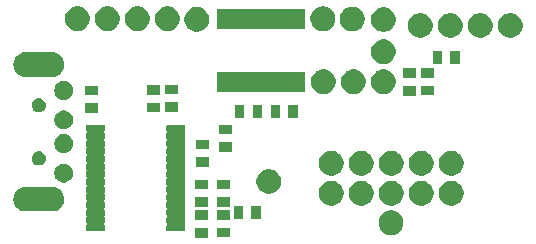
<source format=gbr>
G04 #@! TF.GenerationSoftware,KiCad,Pcbnew,(5.1.5-0-10_14)*
G04 #@! TF.CreationDate,2021-12-27T21:36:10+00:00*
G04 #@! TF.ProjectId,receiver,72656365-6976-4657-922e-6b696361645f,rev?*
G04 #@! TF.SameCoordinates,Original*
G04 #@! TF.FileFunction,Soldermask,Top*
G04 #@! TF.FilePolarity,Negative*
%FSLAX46Y46*%
G04 Gerber Fmt 4.6, Leading zero omitted, Abs format (unit mm)*
G04 Created by KiCad (PCBNEW (5.1.5-0-10_14)) date 2021-12-27 21:36:10*
%MOMM*%
%LPD*%
G04 APERTURE LIST*
%ADD10C,0.100000*%
G04 APERTURE END LIST*
D10*
G36*
X47101000Y-187961000D02*
G01*
X45999000Y-187961000D01*
X45999000Y-187159000D01*
X47101000Y-187159000D01*
X47101000Y-187961000D01*
G37*
G36*
X48971000Y-187951000D02*
G01*
X47869000Y-187951000D01*
X47869000Y-187149000D01*
X48971000Y-187149000D01*
X48971000Y-187951000D01*
G37*
G36*
X62916564Y-185699389D02*
G01*
X63041164Y-185751000D01*
X63107835Y-185778616D01*
X63279973Y-185893635D01*
X63426365Y-186040027D01*
X63540795Y-186211283D01*
X63541385Y-186212167D01*
X63620611Y-186403436D01*
X63661000Y-186606484D01*
X63661000Y-186813516D01*
X63620611Y-187016564D01*
X63565754Y-187149000D01*
X63541384Y-187207835D01*
X63426365Y-187379973D01*
X63279973Y-187526365D01*
X63107835Y-187641384D01*
X63107834Y-187641385D01*
X63107833Y-187641385D01*
X62916564Y-187720611D01*
X62713516Y-187761000D01*
X62506484Y-187761000D01*
X62303436Y-187720611D01*
X62112167Y-187641385D01*
X62112166Y-187641385D01*
X62112165Y-187641384D01*
X61940027Y-187526365D01*
X61793635Y-187379973D01*
X61678616Y-187207835D01*
X61654246Y-187149000D01*
X61599389Y-187016564D01*
X61559000Y-186813516D01*
X61559000Y-186606484D01*
X61599389Y-186403436D01*
X61678615Y-186212167D01*
X61679206Y-186211283D01*
X61793635Y-186040027D01*
X61940027Y-185893635D01*
X62112165Y-185778616D01*
X62178836Y-185751000D01*
X62303436Y-185699389D01*
X62506484Y-185659000D01*
X62713516Y-185659000D01*
X62916564Y-185699389D01*
G37*
G36*
X45150170Y-178450803D02*
G01*
X45161875Y-178454354D01*
X45172665Y-178460121D01*
X45182119Y-178467881D01*
X45189879Y-178477335D01*
X45195646Y-178488125D01*
X45199197Y-178499830D01*
X45201000Y-178518138D01*
X45201000Y-178881862D01*
X45199197Y-178900170D01*
X45195646Y-178911875D01*
X45189879Y-178922665D01*
X45178370Y-178936688D01*
X45169355Y-178945704D01*
X45155741Y-178966078D01*
X45146365Y-178988717D01*
X45141585Y-179012751D01*
X45141585Y-179037255D01*
X45146366Y-179061288D01*
X45155744Y-179083926D01*
X45169358Y-179104301D01*
X45178374Y-179113317D01*
X45189879Y-179127335D01*
X45195646Y-179138125D01*
X45199197Y-179149830D01*
X45201000Y-179168138D01*
X45201000Y-179531862D01*
X45199197Y-179550170D01*
X45195646Y-179561875D01*
X45189879Y-179572665D01*
X45178370Y-179586688D01*
X45169355Y-179595704D01*
X45155741Y-179616078D01*
X45146365Y-179638717D01*
X45141585Y-179662751D01*
X45141585Y-179687255D01*
X45146366Y-179711288D01*
X45155744Y-179733926D01*
X45169358Y-179754301D01*
X45178374Y-179763317D01*
X45189879Y-179777335D01*
X45195646Y-179788125D01*
X45199197Y-179799830D01*
X45201000Y-179818138D01*
X45201000Y-180181862D01*
X45199197Y-180200170D01*
X45195646Y-180211875D01*
X45189879Y-180222665D01*
X45178370Y-180236688D01*
X45169355Y-180245704D01*
X45155741Y-180266078D01*
X45146365Y-180288717D01*
X45141585Y-180312751D01*
X45141585Y-180337255D01*
X45146366Y-180361288D01*
X45155744Y-180383926D01*
X45169358Y-180404301D01*
X45178374Y-180413317D01*
X45189879Y-180427335D01*
X45195646Y-180438125D01*
X45199197Y-180449830D01*
X45201000Y-180468138D01*
X45201000Y-180831862D01*
X45199197Y-180850170D01*
X45195646Y-180861875D01*
X45189879Y-180872665D01*
X45178370Y-180886688D01*
X45169355Y-180895704D01*
X45155741Y-180916078D01*
X45146365Y-180938717D01*
X45141585Y-180962751D01*
X45141585Y-180987255D01*
X45146366Y-181011288D01*
X45155744Y-181033926D01*
X45169358Y-181054301D01*
X45178374Y-181063317D01*
X45189879Y-181077335D01*
X45195646Y-181088125D01*
X45199197Y-181099830D01*
X45201000Y-181118138D01*
X45201000Y-181481862D01*
X45199197Y-181500170D01*
X45195646Y-181511875D01*
X45189879Y-181522665D01*
X45178370Y-181536688D01*
X45169355Y-181545704D01*
X45155741Y-181566078D01*
X45146365Y-181588717D01*
X45141585Y-181612751D01*
X45141585Y-181637255D01*
X45146366Y-181661288D01*
X45155744Y-181683926D01*
X45169358Y-181704301D01*
X45178374Y-181713317D01*
X45189879Y-181727335D01*
X45195646Y-181738125D01*
X45199197Y-181749830D01*
X45201000Y-181768138D01*
X45201000Y-182131862D01*
X45199197Y-182150170D01*
X45195646Y-182161875D01*
X45189879Y-182172665D01*
X45178370Y-182186688D01*
X45169355Y-182195704D01*
X45155741Y-182216078D01*
X45146365Y-182238717D01*
X45141585Y-182262751D01*
X45141585Y-182287255D01*
X45146366Y-182311288D01*
X45155744Y-182333926D01*
X45169358Y-182354301D01*
X45178374Y-182363317D01*
X45189879Y-182377335D01*
X45195646Y-182388125D01*
X45199197Y-182399830D01*
X45201000Y-182418138D01*
X45201000Y-182781862D01*
X45199197Y-182800170D01*
X45195646Y-182811875D01*
X45189879Y-182822665D01*
X45178370Y-182836688D01*
X45169355Y-182845704D01*
X45155741Y-182866078D01*
X45146365Y-182888717D01*
X45141585Y-182912751D01*
X45141585Y-182937255D01*
X45146366Y-182961288D01*
X45155744Y-182983926D01*
X45169358Y-183004301D01*
X45178374Y-183013317D01*
X45189879Y-183027335D01*
X45195646Y-183038125D01*
X45199197Y-183049830D01*
X45201000Y-183068138D01*
X45201000Y-183431862D01*
X45199197Y-183450170D01*
X45195646Y-183461875D01*
X45189879Y-183472665D01*
X45178370Y-183486688D01*
X45169355Y-183495704D01*
X45155741Y-183516078D01*
X45146365Y-183538717D01*
X45141585Y-183562751D01*
X45141585Y-183587255D01*
X45146366Y-183611288D01*
X45155744Y-183633926D01*
X45169358Y-183654301D01*
X45178374Y-183663317D01*
X45189879Y-183677335D01*
X45195646Y-183688125D01*
X45199197Y-183699830D01*
X45201000Y-183718138D01*
X45201000Y-184081862D01*
X45199197Y-184100170D01*
X45195646Y-184111875D01*
X45189879Y-184122665D01*
X45178370Y-184136688D01*
X45169355Y-184145704D01*
X45155741Y-184166078D01*
X45146365Y-184188717D01*
X45141585Y-184212751D01*
X45141585Y-184237255D01*
X45146366Y-184261288D01*
X45155744Y-184283926D01*
X45169358Y-184304301D01*
X45178374Y-184313317D01*
X45189879Y-184327335D01*
X45195646Y-184338125D01*
X45199197Y-184349830D01*
X45201000Y-184368138D01*
X45201000Y-184731862D01*
X45199197Y-184750170D01*
X45195646Y-184761875D01*
X45189879Y-184772665D01*
X45178370Y-184786688D01*
X45169355Y-184795704D01*
X45155741Y-184816078D01*
X45146365Y-184838717D01*
X45141585Y-184862751D01*
X45141585Y-184887255D01*
X45146366Y-184911288D01*
X45155744Y-184933926D01*
X45169358Y-184954301D01*
X45178374Y-184963317D01*
X45189879Y-184977335D01*
X45195646Y-184988125D01*
X45199197Y-184999830D01*
X45201000Y-185018138D01*
X45201000Y-185381862D01*
X45199197Y-185400170D01*
X45195646Y-185411875D01*
X45189879Y-185422665D01*
X45178370Y-185436688D01*
X45169355Y-185445704D01*
X45155741Y-185466078D01*
X45146365Y-185488717D01*
X45141585Y-185512751D01*
X45141585Y-185537255D01*
X45146366Y-185561288D01*
X45155744Y-185583926D01*
X45169358Y-185604301D01*
X45178374Y-185613317D01*
X45189879Y-185627335D01*
X45195646Y-185638125D01*
X45199197Y-185649830D01*
X45201000Y-185668138D01*
X45201000Y-186031862D01*
X45199197Y-186050170D01*
X45195646Y-186061875D01*
X45189879Y-186072665D01*
X45178370Y-186086688D01*
X45169355Y-186095704D01*
X45155741Y-186116078D01*
X45146365Y-186138717D01*
X45141585Y-186162751D01*
X45141585Y-186187255D01*
X45146366Y-186211288D01*
X45155744Y-186233926D01*
X45169358Y-186254301D01*
X45178374Y-186263317D01*
X45189879Y-186277335D01*
X45195646Y-186288125D01*
X45199197Y-186299830D01*
X45201000Y-186318138D01*
X45201000Y-186681862D01*
X45199197Y-186700170D01*
X45195646Y-186711875D01*
X45189879Y-186722665D01*
X45178370Y-186736688D01*
X45169355Y-186745704D01*
X45155741Y-186766078D01*
X45146365Y-186788717D01*
X45141585Y-186812751D01*
X45141585Y-186837255D01*
X45146366Y-186861288D01*
X45155744Y-186883926D01*
X45169358Y-186904301D01*
X45178374Y-186913317D01*
X45189879Y-186927335D01*
X45195646Y-186938125D01*
X45199197Y-186949830D01*
X45201000Y-186968138D01*
X45201000Y-187331862D01*
X45199197Y-187350170D01*
X45195646Y-187361875D01*
X45189879Y-187372665D01*
X45182119Y-187382119D01*
X45172665Y-187389879D01*
X45161875Y-187395646D01*
X45150170Y-187399197D01*
X45131862Y-187401000D01*
X43668138Y-187401000D01*
X43649830Y-187399197D01*
X43638125Y-187395646D01*
X43627335Y-187389879D01*
X43617881Y-187382119D01*
X43610121Y-187372665D01*
X43604354Y-187361875D01*
X43600803Y-187350170D01*
X43599000Y-187331862D01*
X43599000Y-186968138D01*
X43600803Y-186949830D01*
X43604354Y-186938125D01*
X43610121Y-186927335D01*
X43621630Y-186913312D01*
X43630645Y-186904296D01*
X43644259Y-186883922D01*
X43653635Y-186861283D01*
X43658415Y-186837249D01*
X43658415Y-186812745D01*
X43653634Y-186788712D01*
X43644256Y-186766074D01*
X43630642Y-186745699D01*
X43621626Y-186736683D01*
X43610121Y-186722665D01*
X43604354Y-186711875D01*
X43600803Y-186700170D01*
X43599000Y-186681862D01*
X43599000Y-186318138D01*
X43600803Y-186299830D01*
X43604354Y-186288125D01*
X43610121Y-186277335D01*
X43621630Y-186263312D01*
X43630645Y-186254296D01*
X43644259Y-186233922D01*
X43653635Y-186211283D01*
X43658415Y-186187249D01*
X43658415Y-186162745D01*
X43653634Y-186138712D01*
X43644256Y-186116074D01*
X43630642Y-186095699D01*
X43621626Y-186086683D01*
X43610121Y-186072665D01*
X43604354Y-186061875D01*
X43600803Y-186050170D01*
X43599000Y-186031862D01*
X43599000Y-185668138D01*
X43600803Y-185649830D01*
X43604354Y-185638125D01*
X43610121Y-185627335D01*
X43621630Y-185613312D01*
X43630645Y-185604296D01*
X43644259Y-185583922D01*
X43653635Y-185561283D01*
X43658415Y-185537249D01*
X43658415Y-185512745D01*
X43653634Y-185488712D01*
X43644256Y-185466074D01*
X43630642Y-185445699D01*
X43621626Y-185436683D01*
X43610121Y-185422665D01*
X43604354Y-185411875D01*
X43600803Y-185400170D01*
X43599000Y-185381862D01*
X43599000Y-185018138D01*
X43600803Y-184999830D01*
X43604354Y-184988125D01*
X43610121Y-184977335D01*
X43621630Y-184963312D01*
X43630645Y-184954296D01*
X43644259Y-184933922D01*
X43653635Y-184911283D01*
X43658415Y-184887249D01*
X43658415Y-184862745D01*
X43653634Y-184838712D01*
X43644256Y-184816074D01*
X43630642Y-184795699D01*
X43621626Y-184786683D01*
X43610121Y-184772665D01*
X43604354Y-184761875D01*
X43600803Y-184750170D01*
X43599000Y-184731862D01*
X43599000Y-184368138D01*
X43600803Y-184349830D01*
X43604354Y-184338125D01*
X43610121Y-184327335D01*
X43621630Y-184313312D01*
X43630645Y-184304296D01*
X43644259Y-184283922D01*
X43653635Y-184261283D01*
X43658415Y-184237249D01*
X43658415Y-184212745D01*
X43653634Y-184188712D01*
X43644256Y-184166074D01*
X43630642Y-184145699D01*
X43621626Y-184136683D01*
X43610121Y-184122665D01*
X43604354Y-184111875D01*
X43600803Y-184100170D01*
X43599000Y-184081862D01*
X43599000Y-183718138D01*
X43600803Y-183699830D01*
X43604354Y-183688125D01*
X43610121Y-183677335D01*
X43621630Y-183663312D01*
X43630645Y-183654296D01*
X43644259Y-183633922D01*
X43653635Y-183611283D01*
X43658415Y-183587249D01*
X43658415Y-183562745D01*
X43653634Y-183538712D01*
X43644256Y-183516074D01*
X43630642Y-183495699D01*
X43621626Y-183486683D01*
X43610121Y-183472665D01*
X43604354Y-183461875D01*
X43600803Y-183450170D01*
X43599000Y-183431862D01*
X43599000Y-183068138D01*
X43600803Y-183049830D01*
X43604354Y-183038125D01*
X43610121Y-183027335D01*
X43621630Y-183013312D01*
X43630645Y-183004296D01*
X43644259Y-182983922D01*
X43653635Y-182961283D01*
X43658415Y-182937249D01*
X43658415Y-182912745D01*
X43653634Y-182888712D01*
X43644256Y-182866074D01*
X43630642Y-182845699D01*
X43621626Y-182836683D01*
X43610121Y-182822665D01*
X43604354Y-182811875D01*
X43600803Y-182800170D01*
X43599000Y-182781862D01*
X43599000Y-182418138D01*
X43600803Y-182399830D01*
X43604354Y-182388125D01*
X43610121Y-182377335D01*
X43621630Y-182363312D01*
X43630645Y-182354296D01*
X43644259Y-182333922D01*
X43653635Y-182311283D01*
X43658415Y-182287249D01*
X43658415Y-182262745D01*
X43653634Y-182238712D01*
X43644256Y-182216074D01*
X43630642Y-182195699D01*
X43621626Y-182186683D01*
X43610121Y-182172665D01*
X43604354Y-182161875D01*
X43600803Y-182150170D01*
X43599000Y-182131862D01*
X43599000Y-181768138D01*
X43600803Y-181749830D01*
X43604354Y-181738125D01*
X43610121Y-181727335D01*
X43621630Y-181713312D01*
X43630645Y-181704296D01*
X43644259Y-181683922D01*
X43653635Y-181661283D01*
X43658415Y-181637249D01*
X43658415Y-181612745D01*
X43653634Y-181588712D01*
X43644256Y-181566074D01*
X43630642Y-181545699D01*
X43621626Y-181536683D01*
X43610121Y-181522665D01*
X43604354Y-181511875D01*
X43600803Y-181500170D01*
X43599000Y-181481862D01*
X43599000Y-181118138D01*
X43600803Y-181099830D01*
X43604354Y-181088125D01*
X43610121Y-181077335D01*
X43621630Y-181063312D01*
X43630645Y-181054296D01*
X43644259Y-181033922D01*
X43653635Y-181011283D01*
X43658415Y-180987249D01*
X43658415Y-180962745D01*
X43653634Y-180938712D01*
X43644256Y-180916074D01*
X43630642Y-180895699D01*
X43621626Y-180886683D01*
X43610121Y-180872665D01*
X43604354Y-180861875D01*
X43600803Y-180850170D01*
X43599000Y-180831862D01*
X43599000Y-180468138D01*
X43600803Y-180449830D01*
X43604354Y-180438125D01*
X43610121Y-180427335D01*
X43621630Y-180413312D01*
X43630645Y-180404296D01*
X43644259Y-180383922D01*
X43653635Y-180361283D01*
X43658415Y-180337249D01*
X43658415Y-180312745D01*
X43653634Y-180288712D01*
X43644256Y-180266074D01*
X43630642Y-180245699D01*
X43621626Y-180236683D01*
X43610121Y-180222665D01*
X43604354Y-180211875D01*
X43600803Y-180200170D01*
X43599000Y-180181862D01*
X43599000Y-179818138D01*
X43600803Y-179799830D01*
X43604354Y-179788125D01*
X43610121Y-179777335D01*
X43621630Y-179763312D01*
X43630645Y-179754296D01*
X43644259Y-179733922D01*
X43653635Y-179711283D01*
X43658415Y-179687249D01*
X43658415Y-179662745D01*
X43653634Y-179638712D01*
X43644256Y-179616074D01*
X43630642Y-179595699D01*
X43621626Y-179586683D01*
X43610121Y-179572665D01*
X43604354Y-179561875D01*
X43600803Y-179550170D01*
X43599000Y-179531862D01*
X43599000Y-179168138D01*
X43600803Y-179149830D01*
X43604354Y-179138125D01*
X43610121Y-179127335D01*
X43621630Y-179113312D01*
X43630645Y-179104296D01*
X43644259Y-179083922D01*
X43653635Y-179061283D01*
X43658415Y-179037249D01*
X43658415Y-179012745D01*
X43653634Y-178988712D01*
X43644256Y-178966074D01*
X43630642Y-178945699D01*
X43621626Y-178936683D01*
X43610121Y-178922665D01*
X43604354Y-178911875D01*
X43600803Y-178900170D01*
X43599000Y-178881862D01*
X43599000Y-178518138D01*
X43600803Y-178499830D01*
X43604354Y-178488125D01*
X43610121Y-178477335D01*
X43617881Y-178467881D01*
X43627335Y-178460121D01*
X43638125Y-178454354D01*
X43649830Y-178450803D01*
X43668138Y-178449000D01*
X45131862Y-178449000D01*
X45150170Y-178450803D01*
G37*
G36*
X38350170Y-178450803D02*
G01*
X38361875Y-178454354D01*
X38372665Y-178460121D01*
X38382119Y-178467881D01*
X38389879Y-178477335D01*
X38395646Y-178488125D01*
X38399197Y-178499830D01*
X38401000Y-178518138D01*
X38401000Y-178881862D01*
X38399197Y-178900170D01*
X38395646Y-178911875D01*
X38389879Y-178922665D01*
X38378370Y-178936688D01*
X38369355Y-178945704D01*
X38355741Y-178966078D01*
X38346365Y-178988717D01*
X38341585Y-179012751D01*
X38341585Y-179037255D01*
X38346366Y-179061288D01*
X38355744Y-179083926D01*
X38369358Y-179104301D01*
X38378374Y-179113317D01*
X38389879Y-179127335D01*
X38395646Y-179138125D01*
X38399197Y-179149830D01*
X38401000Y-179168138D01*
X38401000Y-179531862D01*
X38399197Y-179550170D01*
X38395646Y-179561875D01*
X38389879Y-179572665D01*
X38378370Y-179586688D01*
X38369355Y-179595704D01*
X38355741Y-179616078D01*
X38346365Y-179638717D01*
X38341585Y-179662751D01*
X38341585Y-179687255D01*
X38346366Y-179711288D01*
X38355744Y-179733926D01*
X38369358Y-179754301D01*
X38378374Y-179763317D01*
X38389879Y-179777335D01*
X38395646Y-179788125D01*
X38399197Y-179799830D01*
X38401000Y-179818138D01*
X38401000Y-180181862D01*
X38399197Y-180200170D01*
X38395646Y-180211875D01*
X38389879Y-180222665D01*
X38378370Y-180236688D01*
X38369355Y-180245704D01*
X38355741Y-180266078D01*
X38346365Y-180288717D01*
X38341585Y-180312751D01*
X38341585Y-180337255D01*
X38346366Y-180361288D01*
X38355744Y-180383926D01*
X38369358Y-180404301D01*
X38378374Y-180413317D01*
X38389879Y-180427335D01*
X38395646Y-180438125D01*
X38399197Y-180449830D01*
X38401000Y-180468138D01*
X38401000Y-180831862D01*
X38399197Y-180850170D01*
X38395646Y-180861875D01*
X38389879Y-180872665D01*
X38378370Y-180886688D01*
X38369355Y-180895704D01*
X38355741Y-180916078D01*
X38346365Y-180938717D01*
X38341585Y-180962751D01*
X38341585Y-180987255D01*
X38346366Y-181011288D01*
X38355744Y-181033926D01*
X38369358Y-181054301D01*
X38378374Y-181063317D01*
X38389879Y-181077335D01*
X38395646Y-181088125D01*
X38399197Y-181099830D01*
X38401000Y-181118138D01*
X38401000Y-181481862D01*
X38399197Y-181500170D01*
X38395646Y-181511875D01*
X38389879Y-181522665D01*
X38378370Y-181536688D01*
X38369355Y-181545704D01*
X38355741Y-181566078D01*
X38346365Y-181588717D01*
X38341585Y-181612751D01*
X38341585Y-181637255D01*
X38346366Y-181661288D01*
X38355744Y-181683926D01*
X38369358Y-181704301D01*
X38378374Y-181713317D01*
X38389879Y-181727335D01*
X38395646Y-181738125D01*
X38399197Y-181749830D01*
X38401000Y-181768138D01*
X38401000Y-182131862D01*
X38399197Y-182150170D01*
X38395646Y-182161875D01*
X38389879Y-182172665D01*
X38378370Y-182186688D01*
X38369355Y-182195704D01*
X38355741Y-182216078D01*
X38346365Y-182238717D01*
X38341585Y-182262751D01*
X38341585Y-182287255D01*
X38346366Y-182311288D01*
X38355744Y-182333926D01*
X38369358Y-182354301D01*
X38378374Y-182363317D01*
X38389879Y-182377335D01*
X38395646Y-182388125D01*
X38399197Y-182399830D01*
X38401000Y-182418138D01*
X38401000Y-182781862D01*
X38399197Y-182800170D01*
X38395646Y-182811875D01*
X38389879Y-182822665D01*
X38378370Y-182836688D01*
X38369355Y-182845704D01*
X38355741Y-182866078D01*
X38346365Y-182888717D01*
X38341585Y-182912751D01*
X38341585Y-182937255D01*
X38346366Y-182961288D01*
X38355744Y-182983926D01*
X38369358Y-183004301D01*
X38378374Y-183013317D01*
X38389879Y-183027335D01*
X38395646Y-183038125D01*
X38399197Y-183049830D01*
X38401000Y-183068138D01*
X38401000Y-183431862D01*
X38399197Y-183450170D01*
X38395646Y-183461875D01*
X38389879Y-183472665D01*
X38378370Y-183486688D01*
X38369355Y-183495704D01*
X38355741Y-183516078D01*
X38346365Y-183538717D01*
X38341585Y-183562751D01*
X38341585Y-183587255D01*
X38346366Y-183611288D01*
X38355744Y-183633926D01*
X38369358Y-183654301D01*
X38378374Y-183663317D01*
X38389879Y-183677335D01*
X38395646Y-183688125D01*
X38399197Y-183699830D01*
X38401000Y-183718138D01*
X38401000Y-184081862D01*
X38399197Y-184100170D01*
X38395646Y-184111875D01*
X38389879Y-184122665D01*
X38378370Y-184136688D01*
X38369355Y-184145704D01*
X38355741Y-184166078D01*
X38346365Y-184188717D01*
X38341585Y-184212751D01*
X38341585Y-184237255D01*
X38346366Y-184261288D01*
X38355744Y-184283926D01*
X38369358Y-184304301D01*
X38378374Y-184313317D01*
X38389879Y-184327335D01*
X38395646Y-184338125D01*
X38399197Y-184349830D01*
X38401000Y-184368138D01*
X38401000Y-184731862D01*
X38399197Y-184750170D01*
X38395646Y-184761875D01*
X38389879Y-184772665D01*
X38378370Y-184786688D01*
X38369355Y-184795704D01*
X38355741Y-184816078D01*
X38346365Y-184838717D01*
X38341585Y-184862751D01*
X38341585Y-184887255D01*
X38346366Y-184911288D01*
X38355744Y-184933926D01*
X38369358Y-184954301D01*
X38378374Y-184963317D01*
X38389879Y-184977335D01*
X38395646Y-184988125D01*
X38399197Y-184999830D01*
X38401000Y-185018138D01*
X38401000Y-185381862D01*
X38399197Y-185400170D01*
X38395646Y-185411875D01*
X38389879Y-185422665D01*
X38378370Y-185436688D01*
X38369355Y-185445704D01*
X38355741Y-185466078D01*
X38346365Y-185488717D01*
X38341585Y-185512751D01*
X38341585Y-185537255D01*
X38346366Y-185561288D01*
X38355744Y-185583926D01*
X38369358Y-185604301D01*
X38378374Y-185613317D01*
X38389879Y-185627335D01*
X38395646Y-185638125D01*
X38399197Y-185649830D01*
X38401000Y-185668138D01*
X38401000Y-186031862D01*
X38399197Y-186050170D01*
X38395646Y-186061875D01*
X38389879Y-186072665D01*
X38378370Y-186086688D01*
X38369355Y-186095704D01*
X38355741Y-186116078D01*
X38346365Y-186138717D01*
X38341585Y-186162751D01*
X38341585Y-186187255D01*
X38346366Y-186211288D01*
X38355744Y-186233926D01*
X38369358Y-186254301D01*
X38378374Y-186263317D01*
X38389879Y-186277335D01*
X38395646Y-186288125D01*
X38399197Y-186299830D01*
X38401000Y-186318138D01*
X38401000Y-186681862D01*
X38399197Y-186700170D01*
X38395646Y-186711875D01*
X38389879Y-186722665D01*
X38378370Y-186736688D01*
X38369355Y-186745704D01*
X38355741Y-186766078D01*
X38346365Y-186788717D01*
X38341585Y-186812751D01*
X38341585Y-186837255D01*
X38346366Y-186861288D01*
X38355744Y-186883926D01*
X38369358Y-186904301D01*
X38378374Y-186913317D01*
X38389879Y-186927335D01*
X38395646Y-186938125D01*
X38399197Y-186949830D01*
X38401000Y-186968138D01*
X38401000Y-187331862D01*
X38399197Y-187350170D01*
X38395646Y-187361875D01*
X38389879Y-187372665D01*
X38382119Y-187382119D01*
X38372665Y-187389879D01*
X38361875Y-187395646D01*
X38350170Y-187399197D01*
X38331862Y-187401000D01*
X36868138Y-187401000D01*
X36849830Y-187399197D01*
X36838125Y-187395646D01*
X36827335Y-187389879D01*
X36817881Y-187382119D01*
X36810121Y-187372665D01*
X36804354Y-187361875D01*
X36800803Y-187350170D01*
X36799000Y-187331862D01*
X36799000Y-186968138D01*
X36800803Y-186949830D01*
X36804354Y-186938125D01*
X36810121Y-186927335D01*
X36821630Y-186913312D01*
X36830645Y-186904296D01*
X36844259Y-186883922D01*
X36853635Y-186861283D01*
X36858415Y-186837249D01*
X36858415Y-186812745D01*
X36853634Y-186788712D01*
X36844256Y-186766074D01*
X36830642Y-186745699D01*
X36821626Y-186736683D01*
X36810121Y-186722665D01*
X36804354Y-186711875D01*
X36800803Y-186700170D01*
X36799000Y-186681862D01*
X36799000Y-186318138D01*
X36800803Y-186299830D01*
X36804354Y-186288125D01*
X36810121Y-186277335D01*
X36821630Y-186263312D01*
X36830645Y-186254296D01*
X36844259Y-186233922D01*
X36853635Y-186211283D01*
X36858415Y-186187249D01*
X36858415Y-186162745D01*
X36853634Y-186138712D01*
X36844256Y-186116074D01*
X36830642Y-186095699D01*
X36821626Y-186086683D01*
X36810121Y-186072665D01*
X36804354Y-186061875D01*
X36800803Y-186050170D01*
X36799000Y-186031862D01*
X36799000Y-185668138D01*
X36800803Y-185649830D01*
X36804354Y-185638125D01*
X36810121Y-185627335D01*
X36821630Y-185613312D01*
X36830645Y-185604296D01*
X36844259Y-185583922D01*
X36853635Y-185561283D01*
X36858415Y-185537249D01*
X36858415Y-185512745D01*
X36853634Y-185488712D01*
X36844256Y-185466074D01*
X36830642Y-185445699D01*
X36821626Y-185436683D01*
X36810121Y-185422665D01*
X36804354Y-185411875D01*
X36800803Y-185400170D01*
X36799000Y-185381862D01*
X36799000Y-185018138D01*
X36800803Y-184999830D01*
X36804354Y-184988125D01*
X36810121Y-184977335D01*
X36821630Y-184963312D01*
X36830645Y-184954296D01*
X36844259Y-184933922D01*
X36853635Y-184911283D01*
X36858415Y-184887249D01*
X36858415Y-184862745D01*
X36853634Y-184838712D01*
X36844256Y-184816074D01*
X36830642Y-184795699D01*
X36821626Y-184786683D01*
X36810121Y-184772665D01*
X36804354Y-184761875D01*
X36800803Y-184750170D01*
X36799000Y-184731862D01*
X36799000Y-184368138D01*
X36800803Y-184349830D01*
X36804354Y-184338125D01*
X36810121Y-184327335D01*
X36821630Y-184313312D01*
X36830645Y-184304296D01*
X36844259Y-184283922D01*
X36853635Y-184261283D01*
X36858415Y-184237249D01*
X36858415Y-184212745D01*
X36853634Y-184188712D01*
X36844256Y-184166074D01*
X36830642Y-184145699D01*
X36821626Y-184136683D01*
X36810121Y-184122665D01*
X36804354Y-184111875D01*
X36800803Y-184100170D01*
X36799000Y-184081862D01*
X36799000Y-183718138D01*
X36800803Y-183699830D01*
X36804354Y-183688125D01*
X36810121Y-183677335D01*
X36821630Y-183663312D01*
X36830645Y-183654296D01*
X36844259Y-183633922D01*
X36853635Y-183611283D01*
X36858415Y-183587249D01*
X36858415Y-183562745D01*
X36853634Y-183538712D01*
X36844256Y-183516074D01*
X36830642Y-183495699D01*
X36821626Y-183486683D01*
X36810121Y-183472665D01*
X36804354Y-183461875D01*
X36800803Y-183450170D01*
X36799000Y-183431862D01*
X36799000Y-183068138D01*
X36800803Y-183049830D01*
X36804354Y-183038125D01*
X36810121Y-183027335D01*
X36821630Y-183013312D01*
X36830645Y-183004296D01*
X36844259Y-182983922D01*
X36853635Y-182961283D01*
X36858415Y-182937249D01*
X36858415Y-182912745D01*
X36853634Y-182888712D01*
X36844256Y-182866074D01*
X36830642Y-182845699D01*
X36821626Y-182836683D01*
X36810121Y-182822665D01*
X36804354Y-182811875D01*
X36800803Y-182800170D01*
X36799000Y-182781862D01*
X36799000Y-182418138D01*
X36800803Y-182399830D01*
X36804354Y-182388125D01*
X36810121Y-182377335D01*
X36821630Y-182363312D01*
X36830645Y-182354296D01*
X36844259Y-182333922D01*
X36853635Y-182311283D01*
X36858415Y-182287249D01*
X36858415Y-182262745D01*
X36853634Y-182238712D01*
X36844256Y-182216074D01*
X36830642Y-182195699D01*
X36821626Y-182186683D01*
X36810121Y-182172665D01*
X36804354Y-182161875D01*
X36800803Y-182150170D01*
X36799000Y-182131862D01*
X36799000Y-181768138D01*
X36800803Y-181749830D01*
X36804354Y-181738125D01*
X36810121Y-181727335D01*
X36821630Y-181713312D01*
X36830645Y-181704296D01*
X36844259Y-181683922D01*
X36853635Y-181661283D01*
X36858415Y-181637249D01*
X36858415Y-181612745D01*
X36853634Y-181588712D01*
X36844256Y-181566074D01*
X36830642Y-181545699D01*
X36821626Y-181536683D01*
X36810121Y-181522665D01*
X36804354Y-181511875D01*
X36800803Y-181500170D01*
X36799000Y-181481862D01*
X36799000Y-181118138D01*
X36800803Y-181099830D01*
X36804354Y-181088125D01*
X36810121Y-181077335D01*
X36821630Y-181063312D01*
X36830645Y-181054296D01*
X36844259Y-181033922D01*
X36853635Y-181011283D01*
X36858415Y-180987249D01*
X36858415Y-180962745D01*
X36853634Y-180938712D01*
X36844256Y-180916074D01*
X36830642Y-180895699D01*
X36821626Y-180886683D01*
X36810121Y-180872665D01*
X36804354Y-180861875D01*
X36800803Y-180850170D01*
X36799000Y-180831862D01*
X36799000Y-180468138D01*
X36800803Y-180449830D01*
X36804354Y-180438125D01*
X36810121Y-180427335D01*
X36821630Y-180413312D01*
X36830645Y-180404296D01*
X36844259Y-180383922D01*
X36853635Y-180361283D01*
X36858415Y-180337249D01*
X36858415Y-180312745D01*
X36853634Y-180288712D01*
X36844256Y-180266074D01*
X36830642Y-180245699D01*
X36821626Y-180236683D01*
X36810121Y-180222665D01*
X36804354Y-180211875D01*
X36800803Y-180200170D01*
X36799000Y-180181862D01*
X36799000Y-179818138D01*
X36800803Y-179799830D01*
X36804354Y-179788125D01*
X36810121Y-179777335D01*
X36821630Y-179763312D01*
X36830645Y-179754296D01*
X36844259Y-179733922D01*
X36853635Y-179711283D01*
X36858415Y-179687249D01*
X36858415Y-179662745D01*
X36853634Y-179638712D01*
X36844256Y-179616074D01*
X36830642Y-179595699D01*
X36821626Y-179586683D01*
X36810121Y-179572665D01*
X36804354Y-179561875D01*
X36800803Y-179550170D01*
X36799000Y-179531862D01*
X36799000Y-179168138D01*
X36800803Y-179149830D01*
X36804354Y-179138125D01*
X36810121Y-179127335D01*
X36821630Y-179113312D01*
X36830645Y-179104296D01*
X36844259Y-179083922D01*
X36853635Y-179061283D01*
X36858415Y-179037249D01*
X36858415Y-179012745D01*
X36853634Y-178988712D01*
X36844256Y-178966074D01*
X36830642Y-178945699D01*
X36821626Y-178936683D01*
X36810121Y-178922665D01*
X36804354Y-178911875D01*
X36800803Y-178900170D01*
X36799000Y-178881862D01*
X36799000Y-178518138D01*
X36800803Y-178499830D01*
X36804354Y-178488125D01*
X36810121Y-178477335D01*
X36817881Y-178467881D01*
X36827335Y-178460121D01*
X36838125Y-178454354D01*
X36849830Y-178450803D01*
X36868138Y-178449000D01*
X38331862Y-178449000D01*
X38350170Y-178450803D01*
G37*
G36*
X47101000Y-186461000D02*
G01*
X45999000Y-186461000D01*
X45999000Y-185659000D01*
X47101000Y-185659000D01*
X47101000Y-186461000D01*
G37*
G36*
X48971000Y-186451000D02*
G01*
X47869000Y-186451000D01*
X47869000Y-185649000D01*
X48971000Y-185649000D01*
X48971000Y-186451000D01*
G37*
G36*
X51591000Y-186361000D02*
G01*
X50789000Y-186361000D01*
X50789000Y-185259000D01*
X51591000Y-185259000D01*
X51591000Y-186361000D01*
G37*
G36*
X50091000Y-186361000D02*
G01*
X49289000Y-186361000D01*
X49289000Y-185259000D01*
X50091000Y-185259000D01*
X50091000Y-186361000D01*
G37*
G36*
X33976110Y-183651411D02*
G01*
X34106032Y-183664207D01*
X34249852Y-183707835D01*
X34304149Y-183724306D01*
X34398055Y-183774500D01*
X34486729Y-183821897D01*
X34646765Y-183953235D01*
X34778103Y-184113271D01*
X34806329Y-184166078D01*
X34875694Y-184295851D01*
X34875695Y-184295854D01*
X34935793Y-184493968D01*
X34956085Y-184700000D01*
X34935793Y-184906032D01*
X34899257Y-185026473D01*
X34875694Y-185104149D01*
X34861136Y-185131385D01*
X34778103Y-185286729D01*
X34646765Y-185446765D01*
X34486729Y-185578103D01*
X34420857Y-185613312D01*
X34304149Y-185675694D01*
X34304146Y-185675695D01*
X34106032Y-185735793D01*
X34003097Y-185745931D01*
X33951631Y-185751000D01*
X31648369Y-185751000D01*
X31596903Y-185745931D01*
X31493968Y-185735793D01*
X31295854Y-185675695D01*
X31295851Y-185675694D01*
X31179143Y-185613312D01*
X31113271Y-185578103D01*
X30953235Y-185446765D01*
X30821897Y-185286729D01*
X30738864Y-185131385D01*
X30724306Y-185104149D01*
X30700743Y-185026473D01*
X30664207Y-184906032D01*
X30643915Y-184700000D01*
X30664207Y-184493968D01*
X30724305Y-184295854D01*
X30724306Y-184295851D01*
X30793671Y-184166078D01*
X30821897Y-184113271D01*
X30953235Y-183953235D01*
X31113271Y-183821897D01*
X31201945Y-183774500D01*
X31295851Y-183724306D01*
X31350148Y-183707835D01*
X31493968Y-183664207D01*
X31623890Y-183651411D01*
X31648369Y-183649000D01*
X33951631Y-183649000D01*
X33976110Y-183651411D01*
G37*
G36*
X47101000Y-185351000D02*
G01*
X45999000Y-185351000D01*
X45999000Y-184549000D01*
X47101000Y-184549000D01*
X47101000Y-185351000D01*
G37*
G36*
X49001000Y-185351000D02*
G01*
X47899000Y-185351000D01*
X47899000Y-184549000D01*
X49001000Y-184549000D01*
X49001000Y-185351000D01*
G37*
G36*
X68016564Y-183189389D02*
G01*
X68207833Y-183268615D01*
X68207835Y-183268616D01*
X68379973Y-183383635D01*
X68526365Y-183530027D01*
X68639824Y-183699830D01*
X68641385Y-183702167D01*
X68720611Y-183893436D01*
X68761000Y-184096484D01*
X68761000Y-184303516D01*
X68720611Y-184506564D01*
X68641385Y-184697833D01*
X68641384Y-184697835D01*
X68526365Y-184869973D01*
X68379973Y-185016365D01*
X68207835Y-185131384D01*
X68207834Y-185131385D01*
X68207833Y-185131385D01*
X68016564Y-185210611D01*
X67813516Y-185251000D01*
X67606484Y-185251000D01*
X67403436Y-185210611D01*
X67212167Y-185131385D01*
X67212166Y-185131385D01*
X67212165Y-185131384D01*
X67040027Y-185016365D01*
X66893635Y-184869973D01*
X66778616Y-184697835D01*
X66778615Y-184697833D01*
X66699389Y-184506564D01*
X66659000Y-184303516D01*
X66659000Y-184096484D01*
X66699389Y-183893436D01*
X66778615Y-183702167D01*
X66780177Y-183699830D01*
X66893635Y-183530027D01*
X67040027Y-183383635D01*
X67212165Y-183268616D01*
X67212167Y-183268615D01*
X67403436Y-183189389D01*
X67606484Y-183149000D01*
X67813516Y-183149000D01*
X68016564Y-183189389D01*
G37*
G36*
X65476564Y-183189389D02*
G01*
X65667833Y-183268615D01*
X65667835Y-183268616D01*
X65839973Y-183383635D01*
X65986365Y-183530027D01*
X66099824Y-183699830D01*
X66101385Y-183702167D01*
X66180611Y-183893436D01*
X66221000Y-184096484D01*
X66221000Y-184303516D01*
X66180611Y-184506564D01*
X66101385Y-184697833D01*
X66101384Y-184697835D01*
X65986365Y-184869973D01*
X65839973Y-185016365D01*
X65667835Y-185131384D01*
X65667834Y-185131385D01*
X65667833Y-185131385D01*
X65476564Y-185210611D01*
X65273516Y-185251000D01*
X65066484Y-185251000D01*
X64863436Y-185210611D01*
X64672167Y-185131385D01*
X64672166Y-185131385D01*
X64672165Y-185131384D01*
X64500027Y-185016365D01*
X64353635Y-184869973D01*
X64238616Y-184697835D01*
X64238615Y-184697833D01*
X64159389Y-184506564D01*
X64119000Y-184303516D01*
X64119000Y-184096484D01*
X64159389Y-183893436D01*
X64238615Y-183702167D01*
X64240177Y-183699830D01*
X64353635Y-183530027D01*
X64500027Y-183383635D01*
X64672165Y-183268616D01*
X64672167Y-183268615D01*
X64863436Y-183189389D01*
X65066484Y-183149000D01*
X65273516Y-183149000D01*
X65476564Y-183189389D01*
G37*
G36*
X62936564Y-183189389D02*
G01*
X63127833Y-183268615D01*
X63127835Y-183268616D01*
X63299973Y-183383635D01*
X63446365Y-183530027D01*
X63559824Y-183699830D01*
X63561385Y-183702167D01*
X63640611Y-183893436D01*
X63681000Y-184096484D01*
X63681000Y-184303516D01*
X63640611Y-184506564D01*
X63561385Y-184697833D01*
X63561384Y-184697835D01*
X63446365Y-184869973D01*
X63299973Y-185016365D01*
X63127835Y-185131384D01*
X63127834Y-185131385D01*
X63127833Y-185131385D01*
X62936564Y-185210611D01*
X62733516Y-185251000D01*
X62526484Y-185251000D01*
X62323436Y-185210611D01*
X62132167Y-185131385D01*
X62132166Y-185131385D01*
X62132165Y-185131384D01*
X61960027Y-185016365D01*
X61813635Y-184869973D01*
X61698616Y-184697835D01*
X61698615Y-184697833D01*
X61619389Y-184506564D01*
X61579000Y-184303516D01*
X61579000Y-184096484D01*
X61619389Y-183893436D01*
X61698615Y-183702167D01*
X61700177Y-183699830D01*
X61813635Y-183530027D01*
X61960027Y-183383635D01*
X62132165Y-183268616D01*
X62132167Y-183268615D01*
X62323436Y-183189389D01*
X62526484Y-183149000D01*
X62733516Y-183149000D01*
X62936564Y-183189389D01*
G37*
G36*
X60396564Y-183189389D02*
G01*
X60587833Y-183268615D01*
X60587835Y-183268616D01*
X60759973Y-183383635D01*
X60906365Y-183530027D01*
X61019824Y-183699830D01*
X61021385Y-183702167D01*
X61100611Y-183893436D01*
X61141000Y-184096484D01*
X61141000Y-184303516D01*
X61100611Y-184506564D01*
X61021385Y-184697833D01*
X61021384Y-184697835D01*
X60906365Y-184869973D01*
X60759973Y-185016365D01*
X60587835Y-185131384D01*
X60587834Y-185131385D01*
X60587833Y-185131385D01*
X60396564Y-185210611D01*
X60193516Y-185251000D01*
X59986484Y-185251000D01*
X59783436Y-185210611D01*
X59592167Y-185131385D01*
X59592166Y-185131385D01*
X59592165Y-185131384D01*
X59420027Y-185016365D01*
X59273635Y-184869973D01*
X59158616Y-184697835D01*
X59158615Y-184697833D01*
X59079389Y-184506564D01*
X59039000Y-184303516D01*
X59039000Y-184096484D01*
X59079389Y-183893436D01*
X59158615Y-183702167D01*
X59160177Y-183699830D01*
X59273635Y-183530027D01*
X59420027Y-183383635D01*
X59592165Y-183268616D01*
X59592167Y-183268615D01*
X59783436Y-183189389D01*
X59986484Y-183149000D01*
X60193516Y-183149000D01*
X60396564Y-183189389D01*
G37*
G36*
X57856564Y-183189389D02*
G01*
X58047833Y-183268615D01*
X58047835Y-183268616D01*
X58219973Y-183383635D01*
X58366365Y-183530027D01*
X58479824Y-183699830D01*
X58481385Y-183702167D01*
X58560611Y-183893436D01*
X58601000Y-184096484D01*
X58601000Y-184303516D01*
X58560611Y-184506564D01*
X58481385Y-184697833D01*
X58481384Y-184697835D01*
X58366365Y-184869973D01*
X58219973Y-185016365D01*
X58047835Y-185131384D01*
X58047834Y-185131385D01*
X58047833Y-185131385D01*
X57856564Y-185210611D01*
X57653516Y-185251000D01*
X57446484Y-185251000D01*
X57243436Y-185210611D01*
X57052167Y-185131385D01*
X57052166Y-185131385D01*
X57052165Y-185131384D01*
X56880027Y-185016365D01*
X56733635Y-184869973D01*
X56618616Y-184697835D01*
X56618615Y-184697833D01*
X56539389Y-184506564D01*
X56499000Y-184303516D01*
X56499000Y-184096484D01*
X56539389Y-183893436D01*
X56618615Y-183702167D01*
X56620177Y-183699830D01*
X56733635Y-183530027D01*
X56880027Y-183383635D01*
X57052165Y-183268616D01*
X57052167Y-183268615D01*
X57243436Y-183189389D01*
X57446484Y-183149000D01*
X57653516Y-183149000D01*
X57856564Y-183189389D01*
G37*
G36*
X52566564Y-182199389D02*
G01*
X52757833Y-182278615D01*
X52757835Y-182278616D01*
X52929973Y-182393635D01*
X53076365Y-182540027D01*
X53190606Y-182711000D01*
X53191385Y-182712167D01*
X53270611Y-182903436D01*
X53311000Y-183106484D01*
X53311000Y-183313516D01*
X53270611Y-183516564D01*
X53200529Y-183685758D01*
X53191384Y-183707835D01*
X53076365Y-183879973D01*
X52929973Y-184026365D01*
X52757835Y-184141384D01*
X52757834Y-184141385D01*
X52757833Y-184141385D01*
X52566564Y-184220611D01*
X52363516Y-184261000D01*
X52156484Y-184261000D01*
X51953436Y-184220611D01*
X51762167Y-184141385D01*
X51762166Y-184141385D01*
X51762165Y-184141384D01*
X51590027Y-184026365D01*
X51443635Y-183879973D01*
X51328616Y-183707835D01*
X51319471Y-183685758D01*
X51249389Y-183516564D01*
X51209000Y-183313516D01*
X51209000Y-183106484D01*
X51249389Y-182903436D01*
X51328615Y-182712167D01*
X51329395Y-182711000D01*
X51443635Y-182540027D01*
X51590027Y-182393635D01*
X51762165Y-182278616D01*
X51762167Y-182278615D01*
X51953436Y-182199389D01*
X52156484Y-182159000D01*
X52363516Y-182159000D01*
X52566564Y-182199389D01*
G37*
G36*
X49001000Y-183851000D02*
G01*
X47899000Y-183851000D01*
X47899000Y-183049000D01*
X49001000Y-183049000D01*
X49001000Y-183851000D01*
G37*
G36*
X47101000Y-183851000D02*
G01*
X45999000Y-183851000D01*
X45999000Y-183049000D01*
X47101000Y-183049000D01*
X47101000Y-183851000D01*
G37*
G36*
X35133642Y-181729781D02*
G01*
X35279414Y-181790162D01*
X35279416Y-181790163D01*
X35410608Y-181877822D01*
X35522178Y-181989392D01*
X35609837Y-182120584D01*
X35609838Y-182120586D01*
X35670219Y-182266358D01*
X35701000Y-182421107D01*
X35701000Y-182578893D01*
X35670219Y-182733642D01*
X35615362Y-182866078D01*
X35609837Y-182879416D01*
X35522178Y-183010608D01*
X35410608Y-183122178D01*
X35279416Y-183209837D01*
X35279415Y-183209838D01*
X35279414Y-183209838D01*
X35133642Y-183270219D01*
X34978893Y-183301000D01*
X34821107Y-183301000D01*
X34666358Y-183270219D01*
X34520586Y-183209838D01*
X34520585Y-183209838D01*
X34520584Y-183209837D01*
X34389392Y-183122178D01*
X34277822Y-183010608D01*
X34190163Y-182879416D01*
X34184638Y-182866078D01*
X34129781Y-182733642D01*
X34099000Y-182578893D01*
X34099000Y-182421107D01*
X34129781Y-182266358D01*
X34190162Y-182120586D01*
X34190163Y-182120584D01*
X34277822Y-181989392D01*
X34389392Y-181877822D01*
X34520584Y-181790163D01*
X34520586Y-181790162D01*
X34666358Y-181729781D01*
X34821107Y-181699000D01*
X34978893Y-181699000D01*
X35133642Y-181729781D01*
G37*
G36*
X62936564Y-180649389D02*
G01*
X63127833Y-180728615D01*
X63127835Y-180728616D01*
X63299973Y-180843635D01*
X63446365Y-180990027D01*
X63489312Y-181054301D01*
X63561385Y-181162167D01*
X63640611Y-181353436D01*
X63681000Y-181556484D01*
X63681000Y-181763516D01*
X63640611Y-181966564D01*
X63566608Y-182145224D01*
X63561384Y-182157835D01*
X63446365Y-182329973D01*
X63299973Y-182476365D01*
X63127835Y-182591384D01*
X63127834Y-182591385D01*
X63127833Y-182591385D01*
X62936564Y-182670611D01*
X62733516Y-182711000D01*
X62526484Y-182711000D01*
X62323436Y-182670611D01*
X62132167Y-182591385D01*
X62132166Y-182591385D01*
X62132165Y-182591384D01*
X61960027Y-182476365D01*
X61813635Y-182329973D01*
X61698616Y-182157835D01*
X61693392Y-182145224D01*
X61619389Y-181966564D01*
X61579000Y-181763516D01*
X61579000Y-181556484D01*
X61619389Y-181353436D01*
X61698615Y-181162167D01*
X61770689Y-181054301D01*
X61813635Y-180990027D01*
X61960027Y-180843635D01*
X62132165Y-180728616D01*
X62132167Y-180728615D01*
X62323436Y-180649389D01*
X62526484Y-180609000D01*
X62733516Y-180609000D01*
X62936564Y-180649389D01*
G37*
G36*
X60396564Y-180649389D02*
G01*
X60587833Y-180728615D01*
X60587835Y-180728616D01*
X60759973Y-180843635D01*
X60906365Y-180990027D01*
X60949312Y-181054301D01*
X61021385Y-181162167D01*
X61100611Y-181353436D01*
X61141000Y-181556484D01*
X61141000Y-181763516D01*
X61100611Y-181966564D01*
X61026608Y-182145224D01*
X61021384Y-182157835D01*
X60906365Y-182329973D01*
X60759973Y-182476365D01*
X60587835Y-182591384D01*
X60587834Y-182591385D01*
X60587833Y-182591385D01*
X60396564Y-182670611D01*
X60193516Y-182711000D01*
X59986484Y-182711000D01*
X59783436Y-182670611D01*
X59592167Y-182591385D01*
X59592166Y-182591385D01*
X59592165Y-182591384D01*
X59420027Y-182476365D01*
X59273635Y-182329973D01*
X59158616Y-182157835D01*
X59153392Y-182145224D01*
X59079389Y-181966564D01*
X59039000Y-181763516D01*
X59039000Y-181556484D01*
X59079389Y-181353436D01*
X59158615Y-181162167D01*
X59230689Y-181054301D01*
X59273635Y-180990027D01*
X59420027Y-180843635D01*
X59592165Y-180728616D01*
X59592167Y-180728615D01*
X59783436Y-180649389D01*
X59986484Y-180609000D01*
X60193516Y-180609000D01*
X60396564Y-180649389D01*
G37*
G36*
X57856564Y-180649389D02*
G01*
X58047833Y-180728615D01*
X58047835Y-180728616D01*
X58219973Y-180843635D01*
X58366365Y-180990027D01*
X58409312Y-181054301D01*
X58481385Y-181162167D01*
X58560611Y-181353436D01*
X58601000Y-181556484D01*
X58601000Y-181763516D01*
X58560611Y-181966564D01*
X58486608Y-182145224D01*
X58481384Y-182157835D01*
X58366365Y-182329973D01*
X58219973Y-182476365D01*
X58047835Y-182591384D01*
X58047834Y-182591385D01*
X58047833Y-182591385D01*
X57856564Y-182670611D01*
X57653516Y-182711000D01*
X57446484Y-182711000D01*
X57243436Y-182670611D01*
X57052167Y-182591385D01*
X57052166Y-182591385D01*
X57052165Y-182591384D01*
X56880027Y-182476365D01*
X56733635Y-182329973D01*
X56618616Y-182157835D01*
X56613392Y-182145224D01*
X56539389Y-181966564D01*
X56499000Y-181763516D01*
X56499000Y-181556484D01*
X56539389Y-181353436D01*
X56618615Y-181162167D01*
X56690689Y-181054301D01*
X56733635Y-180990027D01*
X56880027Y-180843635D01*
X57052165Y-180728616D01*
X57052167Y-180728615D01*
X57243436Y-180649389D01*
X57446484Y-180609000D01*
X57653516Y-180609000D01*
X57856564Y-180649389D01*
G37*
G36*
X68016564Y-180649389D02*
G01*
X68207833Y-180728615D01*
X68207835Y-180728616D01*
X68379973Y-180843635D01*
X68526365Y-180990027D01*
X68569312Y-181054301D01*
X68641385Y-181162167D01*
X68720611Y-181353436D01*
X68761000Y-181556484D01*
X68761000Y-181763516D01*
X68720611Y-181966564D01*
X68646608Y-182145224D01*
X68641384Y-182157835D01*
X68526365Y-182329973D01*
X68379973Y-182476365D01*
X68207835Y-182591384D01*
X68207834Y-182591385D01*
X68207833Y-182591385D01*
X68016564Y-182670611D01*
X67813516Y-182711000D01*
X67606484Y-182711000D01*
X67403436Y-182670611D01*
X67212167Y-182591385D01*
X67212166Y-182591385D01*
X67212165Y-182591384D01*
X67040027Y-182476365D01*
X66893635Y-182329973D01*
X66778616Y-182157835D01*
X66773392Y-182145224D01*
X66699389Y-181966564D01*
X66659000Y-181763516D01*
X66659000Y-181556484D01*
X66699389Y-181353436D01*
X66778615Y-181162167D01*
X66850689Y-181054301D01*
X66893635Y-180990027D01*
X67040027Y-180843635D01*
X67212165Y-180728616D01*
X67212167Y-180728615D01*
X67403436Y-180649389D01*
X67606484Y-180609000D01*
X67813516Y-180609000D01*
X68016564Y-180649389D01*
G37*
G36*
X65476564Y-180649389D02*
G01*
X65667833Y-180728615D01*
X65667835Y-180728616D01*
X65839973Y-180843635D01*
X65986365Y-180990027D01*
X66029312Y-181054301D01*
X66101385Y-181162167D01*
X66180611Y-181353436D01*
X66221000Y-181556484D01*
X66221000Y-181763516D01*
X66180611Y-181966564D01*
X66106608Y-182145224D01*
X66101384Y-182157835D01*
X65986365Y-182329973D01*
X65839973Y-182476365D01*
X65667835Y-182591384D01*
X65667834Y-182591385D01*
X65667833Y-182591385D01*
X65476564Y-182670611D01*
X65273516Y-182711000D01*
X65066484Y-182711000D01*
X64863436Y-182670611D01*
X64672167Y-182591385D01*
X64672166Y-182591385D01*
X64672165Y-182591384D01*
X64500027Y-182476365D01*
X64353635Y-182329973D01*
X64238616Y-182157835D01*
X64233392Y-182145224D01*
X64159389Y-181966564D01*
X64119000Y-181763516D01*
X64119000Y-181556484D01*
X64159389Y-181353436D01*
X64238615Y-181162167D01*
X64310689Y-181054301D01*
X64353635Y-180990027D01*
X64500027Y-180843635D01*
X64672165Y-180728616D01*
X64672167Y-180728615D01*
X64863436Y-180649389D01*
X65066484Y-180609000D01*
X65273516Y-180609000D01*
X65476564Y-180649389D01*
G37*
G36*
X47181000Y-181981000D02*
G01*
X46079000Y-181981000D01*
X46079000Y-181179000D01*
X47181000Y-181179000D01*
X47181000Y-181981000D01*
G37*
G36*
X32936601Y-180664397D02*
G01*
X32975305Y-180672096D01*
X33007340Y-180685365D01*
X33084680Y-180717400D01*
X33183115Y-180783173D01*
X33266827Y-180866885D01*
X33332600Y-180965320D01*
X33351638Y-181011283D01*
X33377904Y-181074695D01*
X33380575Y-181088125D01*
X33398652Y-181179000D01*
X33401000Y-181190807D01*
X33401000Y-181309193D01*
X33377904Y-181425305D01*
X33364635Y-181457340D01*
X33332600Y-181534680D01*
X33266827Y-181633115D01*
X33183115Y-181716827D01*
X33084680Y-181782600D01*
X33007340Y-181814635D01*
X32975305Y-181827904D01*
X32936601Y-181835603D01*
X32859195Y-181851000D01*
X32740805Y-181851000D01*
X32663399Y-181835603D01*
X32624695Y-181827904D01*
X32592660Y-181814635D01*
X32515320Y-181782600D01*
X32416885Y-181716827D01*
X32333173Y-181633115D01*
X32267400Y-181534680D01*
X32235365Y-181457340D01*
X32222096Y-181425305D01*
X32199000Y-181309193D01*
X32199000Y-181190807D01*
X32201349Y-181179000D01*
X32219425Y-181088125D01*
X32222096Y-181074695D01*
X32248362Y-181011283D01*
X32267400Y-180965320D01*
X32333173Y-180866885D01*
X32416885Y-180783173D01*
X32515320Y-180717400D01*
X32592660Y-180685365D01*
X32624695Y-180672096D01*
X32663399Y-180664397D01*
X32740805Y-180649000D01*
X32859195Y-180649000D01*
X32936601Y-180664397D01*
G37*
G36*
X35133642Y-179229781D02*
G01*
X35279414Y-179290162D01*
X35279416Y-179290163D01*
X35410608Y-179377822D01*
X35522178Y-179489392D01*
X35606826Y-179616078D01*
X35609838Y-179620586D01*
X35670219Y-179766358D01*
X35701000Y-179921107D01*
X35701000Y-180078893D01*
X35670219Y-180233642D01*
X35627303Y-180337249D01*
X35609837Y-180379416D01*
X35522178Y-180510608D01*
X35410608Y-180622178D01*
X35279416Y-180709837D01*
X35279415Y-180709838D01*
X35279414Y-180709838D01*
X35133642Y-180770219D01*
X34978893Y-180801000D01*
X34821107Y-180801000D01*
X34666358Y-180770219D01*
X34520586Y-180709838D01*
X34520585Y-180709838D01*
X34520584Y-180709837D01*
X34389392Y-180622178D01*
X34277822Y-180510608D01*
X34190163Y-180379416D01*
X34172697Y-180337249D01*
X34129781Y-180233642D01*
X34099000Y-180078893D01*
X34099000Y-179921107D01*
X34129781Y-179766358D01*
X34190162Y-179620586D01*
X34193174Y-179616078D01*
X34277822Y-179489392D01*
X34389392Y-179377822D01*
X34520584Y-179290163D01*
X34520586Y-179290162D01*
X34666358Y-179229781D01*
X34821107Y-179199000D01*
X34978893Y-179199000D01*
X35133642Y-179229781D01*
G37*
G36*
X49151000Y-180701000D02*
G01*
X48049000Y-180701000D01*
X48049000Y-179899000D01*
X49151000Y-179899000D01*
X49151000Y-180701000D01*
G37*
G36*
X47181000Y-180481000D02*
G01*
X46079000Y-180481000D01*
X46079000Y-179679000D01*
X47181000Y-179679000D01*
X47181000Y-180481000D01*
G37*
G36*
X49151000Y-179201000D02*
G01*
X48049000Y-179201000D01*
X48049000Y-178399000D01*
X49151000Y-178399000D01*
X49151000Y-179201000D01*
G37*
G36*
X35133642Y-177229781D02*
G01*
X35279414Y-177290162D01*
X35279416Y-177290163D01*
X35410608Y-177377822D01*
X35522178Y-177489392D01*
X35609837Y-177620584D01*
X35609838Y-177620586D01*
X35670219Y-177766358D01*
X35701000Y-177921107D01*
X35701000Y-178078893D01*
X35670219Y-178233642D01*
X35609838Y-178379414D01*
X35609837Y-178379416D01*
X35522178Y-178510608D01*
X35410608Y-178622178D01*
X35279416Y-178709837D01*
X35279415Y-178709838D01*
X35279414Y-178709838D01*
X35133642Y-178770219D01*
X34978893Y-178801000D01*
X34821107Y-178801000D01*
X34666358Y-178770219D01*
X34520586Y-178709838D01*
X34520585Y-178709838D01*
X34520584Y-178709837D01*
X34389392Y-178622178D01*
X34277822Y-178510608D01*
X34190163Y-178379416D01*
X34190162Y-178379414D01*
X34129781Y-178233642D01*
X34099000Y-178078893D01*
X34099000Y-177921107D01*
X34129781Y-177766358D01*
X34190162Y-177620586D01*
X34190163Y-177620584D01*
X34277822Y-177489392D01*
X34389392Y-177377822D01*
X34520584Y-177290163D01*
X34520586Y-177290162D01*
X34666358Y-177229781D01*
X34821107Y-177199000D01*
X34978893Y-177199000D01*
X35133642Y-177229781D01*
G37*
G36*
X50209000Y-177843000D02*
G01*
X49407000Y-177843000D01*
X49407000Y-176741000D01*
X50209000Y-176741000D01*
X50209000Y-177843000D01*
G37*
G36*
X51709000Y-177843000D02*
G01*
X50907000Y-177843000D01*
X50907000Y-176741000D01*
X51709000Y-176741000D01*
X51709000Y-177843000D01*
G37*
G36*
X54733000Y-177843000D02*
G01*
X53931000Y-177843000D01*
X53931000Y-176741000D01*
X54733000Y-176741000D01*
X54733000Y-177843000D01*
G37*
G36*
X53233000Y-177843000D02*
G01*
X52431000Y-177843000D01*
X52431000Y-176741000D01*
X53233000Y-176741000D01*
X53233000Y-177843000D01*
G37*
G36*
X37801000Y-177401000D02*
G01*
X36699000Y-177401000D01*
X36699000Y-176599000D01*
X37801000Y-176599000D01*
X37801000Y-177401000D01*
G37*
G36*
X32936601Y-176164397D02*
G01*
X32975305Y-176172096D01*
X33007340Y-176185365D01*
X33084680Y-176217400D01*
X33183115Y-176283173D01*
X33266827Y-176366885D01*
X33332600Y-176465320D01*
X33350692Y-176509000D01*
X33377904Y-176574695D01*
X33385603Y-176613399D01*
X33401000Y-176690805D01*
X33401000Y-176809195D01*
X33377904Y-176925304D01*
X33332600Y-177034680D01*
X33266827Y-177133115D01*
X33183115Y-177216827D01*
X33084680Y-177282600D01*
X33016115Y-177311000D01*
X32975305Y-177327904D01*
X32936601Y-177335603D01*
X32859195Y-177351000D01*
X32740805Y-177351000D01*
X32663399Y-177335603D01*
X32624695Y-177327904D01*
X32583885Y-177311000D01*
X32515320Y-177282600D01*
X32416885Y-177216827D01*
X32333173Y-177133115D01*
X32267400Y-177034680D01*
X32222096Y-176925304D01*
X32199000Y-176809195D01*
X32199000Y-176690805D01*
X32214397Y-176613399D01*
X32222096Y-176574695D01*
X32249308Y-176509000D01*
X32267400Y-176465320D01*
X32333173Y-176366885D01*
X32416885Y-176283173D01*
X32515320Y-176217400D01*
X32592660Y-176185365D01*
X32624695Y-176172096D01*
X32663399Y-176164397D01*
X32740805Y-176149000D01*
X32859195Y-176149000D01*
X32936601Y-176164397D01*
G37*
G36*
X43041000Y-177351000D02*
G01*
X41939000Y-177351000D01*
X41939000Y-176549000D01*
X43041000Y-176549000D01*
X43041000Y-177351000D01*
G37*
G36*
X44551000Y-177311000D02*
G01*
X43449000Y-177311000D01*
X43449000Y-176509000D01*
X44551000Y-176509000D01*
X44551000Y-177311000D01*
G37*
G36*
X35133642Y-174729781D02*
G01*
X35279414Y-174790162D01*
X35279416Y-174790163D01*
X35410608Y-174877822D01*
X35522178Y-174989392D01*
X35595415Y-175099000D01*
X35609838Y-175120586D01*
X35670219Y-175266358D01*
X35701000Y-175421107D01*
X35701000Y-175578893D01*
X35670219Y-175733642D01*
X35609838Y-175879414D01*
X35609837Y-175879416D01*
X35522178Y-176010608D01*
X35410608Y-176122178D01*
X35279416Y-176209837D01*
X35279415Y-176209838D01*
X35279414Y-176209838D01*
X35133642Y-176270219D01*
X34978893Y-176301000D01*
X34821107Y-176301000D01*
X34666358Y-176270219D01*
X34520586Y-176209838D01*
X34520585Y-176209838D01*
X34520584Y-176209837D01*
X34389392Y-176122178D01*
X34277822Y-176010608D01*
X34190163Y-175879416D01*
X34190162Y-175879414D01*
X34129781Y-175733642D01*
X34099000Y-175578893D01*
X34099000Y-175421107D01*
X34129781Y-175266358D01*
X34190162Y-175120586D01*
X34204585Y-175099000D01*
X34277822Y-174989392D01*
X34389392Y-174877822D01*
X34520584Y-174790163D01*
X34520586Y-174790162D01*
X34666358Y-174729781D01*
X34821107Y-174699000D01*
X34978893Y-174699000D01*
X35133642Y-174729781D01*
G37*
G36*
X64741000Y-175941000D02*
G01*
X63639000Y-175941000D01*
X63639000Y-175139000D01*
X64741000Y-175139000D01*
X64741000Y-175941000D01*
G37*
G36*
X66271000Y-175911000D02*
G01*
X65169000Y-175911000D01*
X65169000Y-175109000D01*
X66271000Y-175109000D01*
X66271000Y-175911000D01*
G37*
G36*
X37801000Y-175901000D02*
G01*
X36699000Y-175901000D01*
X36699000Y-175099000D01*
X37801000Y-175099000D01*
X37801000Y-175901000D01*
G37*
G36*
X43041000Y-175851000D02*
G01*
X41939000Y-175851000D01*
X41939000Y-175049000D01*
X43041000Y-175049000D01*
X43041000Y-175851000D01*
G37*
G36*
X44551000Y-175811000D02*
G01*
X43449000Y-175811000D01*
X43449000Y-175009000D01*
X44551000Y-175009000D01*
X44551000Y-175811000D01*
G37*
G36*
X62282564Y-173741389D02*
G01*
X62473833Y-173820615D01*
X62473835Y-173820616D01*
X62572780Y-173886729D01*
X62645973Y-173935635D01*
X62792365Y-174082027D01*
X62907385Y-174254167D01*
X62986611Y-174445436D01*
X63027000Y-174648484D01*
X63027000Y-174855516D01*
X62986611Y-175058564D01*
X62953293Y-175139000D01*
X62907384Y-175249835D01*
X62792365Y-175421973D01*
X62645973Y-175568365D01*
X62473835Y-175683384D01*
X62473834Y-175683385D01*
X62473833Y-175683385D01*
X62282564Y-175762611D01*
X62079516Y-175803000D01*
X61872484Y-175803000D01*
X61669436Y-175762611D01*
X61478167Y-175683385D01*
X61478166Y-175683385D01*
X61478165Y-175683384D01*
X61306027Y-175568365D01*
X61159635Y-175421973D01*
X61044616Y-175249835D01*
X60998707Y-175139000D01*
X60965389Y-175058564D01*
X60925000Y-174855516D01*
X60925000Y-174648484D01*
X60965389Y-174445436D01*
X61044615Y-174254167D01*
X61159635Y-174082027D01*
X61306027Y-173935635D01*
X61379220Y-173886729D01*
X61478165Y-173820616D01*
X61478167Y-173820615D01*
X61669436Y-173741389D01*
X61872484Y-173701000D01*
X62079516Y-173701000D01*
X62282564Y-173741389D01*
G37*
G36*
X57202564Y-173741389D02*
G01*
X57393833Y-173820615D01*
X57393835Y-173820616D01*
X57492780Y-173886729D01*
X57565973Y-173935635D01*
X57712365Y-174082027D01*
X57827385Y-174254167D01*
X57906611Y-174445436D01*
X57947000Y-174648484D01*
X57947000Y-174855516D01*
X57906611Y-175058564D01*
X57873293Y-175139000D01*
X57827384Y-175249835D01*
X57712365Y-175421973D01*
X57565973Y-175568365D01*
X57393835Y-175683384D01*
X57393834Y-175683385D01*
X57393833Y-175683385D01*
X57202564Y-175762611D01*
X56999516Y-175803000D01*
X56792484Y-175803000D01*
X56589436Y-175762611D01*
X56398167Y-175683385D01*
X56398166Y-175683385D01*
X56398165Y-175683384D01*
X56226027Y-175568365D01*
X56079635Y-175421973D01*
X55964616Y-175249835D01*
X55918707Y-175139000D01*
X55885389Y-175058564D01*
X55845000Y-174855516D01*
X55845000Y-174648484D01*
X55885389Y-174445436D01*
X55964615Y-174254167D01*
X56079635Y-174082027D01*
X56226027Y-173935635D01*
X56299220Y-173886729D01*
X56398165Y-173820616D01*
X56398167Y-173820615D01*
X56589436Y-173741389D01*
X56792484Y-173701000D01*
X56999516Y-173701000D01*
X57202564Y-173741389D01*
G37*
G36*
X59742564Y-173741389D02*
G01*
X59933833Y-173820615D01*
X59933835Y-173820616D01*
X60032780Y-173886729D01*
X60105973Y-173935635D01*
X60252365Y-174082027D01*
X60367385Y-174254167D01*
X60446611Y-174445436D01*
X60487000Y-174648484D01*
X60487000Y-174855516D01*
X60446611Y-175058564D01*
X60413293Y-175139000D01*
X60367384Y-175249835D01*
X60252365Y-175421973D01*
X60105973Y-175568365D01*
X59933835Y-175683384D01*
X59933834Y-175683385D01*
X59933833Y-175683385D01*
X59742564Y-175762611D01*
X59539516Y-175803000D01*
X59332484Y-175803000D01*
X59129436Y-175762611D01*
X58938167Y-175683385D01*
X58938166Y-175683385D01*
X58938165Y-175683384D01*
X58766027Y-175568365D01*
X58619635Y-175421973D01*
X58504616Y-175249835D01*
X58458707Y-175139000D01*
X58425389Y-175058564D01*
X58385000Y-174855516D01*
X58385000Y-174648484D01*
X58425389Y-174445436D01*
X58504615Y-174254167D01*
X58619635Y-174082027D01*
X58766027Y-173935635D01*
X58839220Y-173886729D01*
X58938165Y-173820616D01*
X58938167Y-173820615D01*
X59129436Y-173741389D01*
X59332484Y-173701000D01*
X59539516Y-173701000D01*
X59742564Y-173741389D01*
G37*
G36*
X55336000Y-175603000D02*
G01*
X47849000Y-175603000D01*
X47849000Y-173901000D01*
X55336000Y-173901000D01*
X55336000Y-175603000D01*
G37*
G36*
X64741000Y-174441000D02*
G01*
X63639000Y-174441000D01*
X63639000Y-173639000D01*
X64741000Y-173639000D01*
X64741000Y-174441000D01*
G37*
G36*
X66271000Y-174411000D02*
G01*
X65169000Y-174411000D01*
X65169000Y-173609000D01*
X66271000Y-173609000D01*
X66271000Y-174411000D01*
G37*
G36*
X34003097Y-172254069D02*
G01*
X34106032Y-172264207D01*
X34304146Y-172324305D01*
X34304149Y-172324306D01*
X34400975Y-172376061D01*
X34486729Y-172421897D01*
X34646765Y-172553235D01*
X34778103Y-172713271D01*
X34823939Y-172799025D01*
X34875694Y-172895851D01*
X34875695Y-172895854D01*
X34935793Y-173093968D01*
X34956085Y-173300000D01*
X34935793Y-173506032D01*
X34895457Y-173639000D01*
X34875694Y-173704149D01*
X34855788Y-173741390D01*
X34778103Y-173886729D01*
X34646765Y-174046765D01*
X34486729Y-174178103D01*
X34400975Y-174223939D01*
X34304149Y-174275694D01*
X34304146Y-174275695D01*
X34106032Y-174335793D01*
X34003097Y-174345931D01*
X33951631Y-174351000D01*
X31648369Y-174351000D01*
X31596903Y-174345931D01*
X31493968Y-174335793D01*
X31295854Y-174275695D01*
X31295851Y-174275694D01*
X31199025Y-174223939D01*
X31113271Y-174178103D01*
X30953235Y-174046765D01*
X30821897Y-173886729D01*
X30744212Y-173741390D01*
X30724306Y-173704149D01*
X30704543Y-173639000D01*
X30664207Y-173506032D01*
X30643915Y-173300000D01*
X30664207Y-173093968D01*
X30724305Y-172895854D01*
X30724306Y-172895851D01*
X30776061Y-172799025D01*
X30821897Y-172713271D01*
X30953235Y-172553235D01*
X31113271Y-172421897D01*
X31199025Y-172376061D01*
X31295851Y-172324306D01*
X31295854Y-172324305D01*
X31493968Y-172264207D01*
X31596903Y-172254069D01*
X31648369Y-172249000D01*
X33951631Y-172249000D01*
X34003097Y-172254069D01*
G37*
G36*
X68449000Y-173271000D02*
G01*
X67647000Y-173271000D01*
X67647000Y-172169000D01*
X68449000Y-172169000D01*
X68449000Y-173271000D01*
G37*
G36*
X66949000Y-173271000D02*
G01*
X66147000Y-173271000D01*
X66147000Y-172169000D01*
X66949000Y-172169000D01*
X66949000Y-173271000D01*
G37*
G36*
X62282564Y-171201389D02*
G01*
X62473833Y-171280615D01*
X62473835Y-171280616D01*
X62645973Y-171395635D01*
X62792365Y-171542027D01*
X62907385Y-171714167D01*
X62986611Y-171905436D01*
X63027000Y-172108484D01*
X63027000Y-172315516D01*
X62986611Y-172518564D01*
X62907385Y-172709833D01*
X62907384Y-172709835D01*
X62792365Y-172881973D01*
X62645973Y-173028365D01*
X62473835Y-173143384D01*
X62473834Y-173143385D01*
X62473833Y-173143385D01*
X62282564Y-173222611D01*
X62079516Y-173263000D01*
X61872484Y-173263000D01*
X61669436Y-173222611D01*
X61478167Y-173143385D01*
X61478166Y-173143385D01*
X61478165Y-173143384D01*
X61306027Y-173028365D01*
X61159635Y-172881973D01*
X61044616Y-172709835D01*
X61044615Y-172709833D01*
X60965389Y-172518564D01*
X60925000Y-172315516D01*
X60925000Y-172108484D01*
X60965389Y-171905436D01*
X61044615Y-171714167D01*
X61159635Y-171542027D01*
X61306027Y-171395635D01*
X61478165Y-171280616D01*
X61478167Y-171280615D01*
X61669436Y-171201389D01*
X61872484Y-171161000D01*
X62079516Y-171161000D01*
X62282564Y-171201389D01*
G37*
G36*
X73026564Y-168989389D02*
G01*
X73217833Y-169068615D01*
X73217835Y-169068616D01*
X73389973Y-169183635D01*
X73536365Y-169330027D01*
X73580772Y-169396486D01*
X73651385Y-169502167D01*
X73730611Y-169693436D01*
X73771000Y-169896484D01*
X73771000Y-170103516D01*
X73730611Y-170306564D01*
X73670945Y-170450610D01*
X73651384Y-170497835D01*
X73536365Y-170669973D01*
X73389973Y-170816365D01*
X73217835Y-170931384D01*
X73217834Y-170931385D01*
X73217833Y-170931385D01*
X73026564Y-171010611D01*
X72823516Y-171051000D01*
X72616484Y-171051000D01*
X72413436Y-171010611D01*
X72222167Y-170931385D01*
X72222166Y-170931385D01*
X72222165Y-170931384D01*
X72050027Y-170816365D01*
X71903635Y-170669973D01*
X71788616Y-170497835D01*
X71769055Y-170450610D01*
X71709389Y-170306564D01*
X71669000Y-170103516D01*
X71669000Y-169896484D01*
X71709389Y-169693436D01*
X71788615Y-169502167D01*
X71859229Y-169396486D01*
X71903635Y-169330027D01*
X72050027Y-169183635D01*
X72222165Y-169068616D01*
X72222167Y-169068615D01*
X72413436Y-168989389D01*
X72616484Y-168949000D01*
X72823516Y-168949000D01*
X73026564Y-168989389D01*
G37*
G36*
X70486564Y-168989389D02*
G01*
X70677833Y-169068615D01*
X70677835Y-169068616D01*
X70849973Y-169183635D01*
X70996365Y-169330027D01*
X71040772Y-169396486D01*
X71111385Y-169502167D01*
X71190611Y-169693436D01*
X71231000Y-169896484D01*
X71231000Y-170103516D01*
X71190611Y-170306564D01*
X71130945Y-170450610D01*
X71111384Y-170497835D01*
X70996365Y-170669973D01*
X70849973Y-170816365D01*
X70677835Y-170931384D01*
X70677834Y-170931385D01*
X70677833Y-170931385D01*
X70486564Y-171010611D01*
X70283516Y-171051000D01*
X70076484Y-171051000D01*
X69873436Y-171010611D01*
X69682167Y-170931385D01*
X69682166Y-170931385D01*
X69682165Y-170931384D01*
X69510027Y-170816365D01*
X69363635Y-170669973D01*
X69248616Y-170497835D01*
X69229055Y-170450610D01*
X69169389Y-170306564D01*
X69129000Y-170103516D01*
X69129000Y-169896484D01*
X69169389Y-169693436D01*
X69248615Y-169502167D01*
X69319229Y-169396486D01*
X69363635Y-169330027D01*
X69510027Y-169183635D01*
X69682165Y-169068616D01*
X69682167Y-169068615D01*
X69873436Y-168989389D01*
X70076484Y-168949000D01*
X70283516Y-168949000D01*
X70486564Y-168989389D01*
G37*
G36*
X65406564Y-168989389D02*
G01*
X65597833Y-169068615D01*
X65597835Y-169068616D01*
X65769973Y-169183635D01*
X65916365Y-169330027D01*
X65960772Y-169396486D01*
X66031385Y-169502167D01*
X66110611Y-169693436D01*
X66151000Y-169896484D01*
X66151000Y-170103516D01*
X66110611Y-170306564D01*
X66050945Y-170450610D01*
X66031384Y-170497835D01*
X65916365Y-170669973D01*
X65769973Y-170816365D01*
X65597835Y-170931384D01*
X65597834Y-170931385D01*
X65597833Y-170931385D01*
X65406564Y-171010611D01*
X65203516Y-171051000D01*
X64996484Y-171051000D01*
X64793436Y-171010611D01*
X64602167Y-170931385D01*
X64602166Y-170931385D01*
X64602165Y-170931384D01*
X64430027Y-170816365D01*
X64283635Y-170669973D01*
X64168616Y-170497835D01*
X64149055Y-170450610D01*
X64089389Y-170306564D01*
X64049000Y-170103516D01*
X64049000Y-169896484D01*
X64089389Y-169693436D01*
X64168615Y-169502167D01*
X64239229Y-169396486D01*
X64283635Y-169330027D01*
X64430027Y-169183635D01*
X64602165Y-169068616D01*
X64602167Y-169068615D01*
X64793436Y-168989389D01*
X64996484Y-168949000D01*
X65203516Y-168949000D01*
X65406564Y-168989389D01*
G37*
G36*
X67946564Y-168989389D02*
G01*
X68137833Y-169068615D01*
X68137835Y-169068616D01*
X68309973Y-169183635D01*
X68456365Y-169330027D01*
X68500772Y-169396486D01*
X68571385Y-169502167D01*
X68650611Y-169693436D01*
X68691000Y-169896484D01*
X68691000Y-170103516D01*
X68650611Y-170306564D01*
X68590945Y-170450610D01*
X68571384Y-170497835D01*
X68456365Y-170669973D01*
X68309973Y-170816365D01*
X68137835Y-170931384D01*
X68137834Y-170931385D01*
X68137833Y-170931385D01*
X67946564Y-171010611D01*
X67743516Y-171051000D01*
X67536484Y-171051000D01*
X67333436Y-171010611D01*
X67142167Y-170931385D01*
X67142166Y-170931385D01*
X67142165Y-170931384D01*
X66970027Y-170816365D01*
X66823635Y-170669973D01*
X66708616Y-170497835D01*
X66689055Y-170450610D01*
X66629389Y-170306564D01*
X66589000Y-170103516D01*
X66589000Y-169896484D01*
X66629389Y-169693436D01*
X66708615Y-169502167D01*
X66779229Y-169396486D01*
X66823635Y-169330027D01*
X66970027Y-169183635D01*
X67142165Y-169068616D01*
X67142167Y-169068615D01*
X67333436Y-168989389D01*
X67536484Y-168949000D01*
X67743516Y-168949000D01*
X67946564Y-168989389D01*
G37*
G36*
X62282564Y-168489389D02*
G01*
X62449693Y-168558616D01*
X62473835Y-168568616D01*
X62645973Y-168683635D01*
X62792365Y-168830027D01*
X62900704Y-168992167D01*
X62907385Y-169002167D01*
X62986611Y-169193436D01*
X63027000Y-169396484D01*
X63027000Y-169603516D01*
X62986611Y-169806564D01*
X62928095Y-169947835D01*
X62907384Y-169997835D01*
X62792365Y-170169973D01*
X62645973Y-170316365D01*
X62473835Y-170431384D01*
X62473834Y-170431385D01*
X62473833Y-170431385D01*
X62282564Y-170510611D01*
X62079516Y-170551000D01*
X61872484Y-170551000D01*
X61669436Y-170510611D01*
X61478167Y-170431385D01*
X61478166Y-170431385D01*
X61478165Y-170431384D01*
X61306027Y-170316365D01*
X61159635Y-170169973D01*
X61044616Y-169997835D01*
X61023905Y-169947835D01*
X60965389Y-169806564D01*
X60925000Y-169603516D01*
X60925000Y-169396484D01*
X60965389Y-169193436D01*
X61044615Y-169002167D01*
X61051297Y-168992167D01*
X61159635Y-168830027D01*
X61306027Y-168683635D01*
X61478165Y-168568616D01*
X61502307Y-168558616D01*
X61669436Y-168489389D01*
X61872484Y-168449000D01*
X62079516Y-168449000D01*
X62282564Y-168489389D01*
G37*
G36*
X46476564Y-168479389D02*
G01*
X46667833Y-168558615D01*
X46667835Y-168558616D01*
X46839973Y-168673635D01*
X46986365Y-168820027D01*
X47099530Y-168989390D01*
X47101385Y-168992167D01*
X47180611Y-169183436D01*
X47221000Y-169386484D01*
X47221000Y-169593516D01*
X47180611Y-169796564D01*
X47101385Y-169987833D01*
X47101384Y-169987835D01*
X46986365Y-170159973D01*
X46839973Y-170306365D01*
X46667835Y-170421384D01*
X46667834Y-170421385D01*
X46667833Y-170421385D01*
X46476564Y-170500611D01*
X46273516Y-170541000D01*
X46066484Y-170541000D01*
X45863436Y-170500611D01*
X45672167Y-170421385D01*
X45672166Y-170421385D01*
X45672165Y-170421384D01*
X45500027Y-170306365D01*
X45353635Y-170159973D01*
X45238616Y-169987835D01*
X45238615Y-169987833D01*
X45159389Y-169796564D01*
X45119000Y-169593516D01*
X45119000Y-169386484D01*
X45159389Y-169183436D01*
X45238615Y-168992167D01*
X45240471Y-168989390D01*
X45353635Y-168820027D01*
X45500027Y-168673635D01*
X45672165Y-168558616D01*
X45672167Y-168558615D01*
X45863436Y-168479389D01*
X46066484Y-168439000D01*
X46273516Y-168439000D01*
X46476564Y-168479389D01*
G37*
G36*
X59636564Y-168439389D02*
G01*
X59803693Y-168508616D01*
X59827835Y-168518616D01*
X59999973Y-168633635D01*
X60146365Y-168780027D01*
X60254704Y-168942167D01*
X60261385Y-168952167D01*
X60340611Y-169143436D01*
X60381000Y-169346484D01*
X60381000Y-169553516D01*
X60340611Y-169756564D01*
X60274640Y-169915833D01*
X60261384Y-169947835D01*
X60146365Y-170119973D01*
X59999973Y-170266365D01*
X59827835Y-170381384D01*
X59827834Y-170381385D01*
X59827833Y-170381385D01*
X59636564Y-170460611D01*
X59433516Y-170501000D01*
X59226484Y-170501000D01*
X59023436Y-170460611D01*
X58832167Y-170381385D01*
X58832166Y-170381385D01*
X58832165Y-170381384D01*
X58660027Y-170266365D01*
X58513635Y-170119973D01*
X58398616Y-169947835D01*
X58385360Y-169915833D01*
X58319389Y-169756564D01*
X58279000Y-169553516D01*
X58279000Y-169346484D01*
X58319389Y-169143436D01*
X58398615Y-168952167D01*
X58405297Y-168942167D01*
X58513635Y-168780027D01*
X58660027Y-168633635D01*
X58832165Y-168518616D01*
X58856307Y-168508616D01*
X59023436Y-168439389D01*
X59226484Y-168399000D01*
X59433516Y-168399000D01*
X59636564Y-168439389D01*
G37*
G36*
X57156564Y-168429389D02*
G01*
X57347833Y-168508615D01*
X57347835Y-168508616D01*
X57422665Y-168558616D01*
X57519973Y-168623635D01*
X57666365Y-168770027D01*
X57781385Y-168942167D01*
X57860611Y-169133436D01*
X57901000Y-169336484D01*
X57901000Y-169543516D01*
X57860611Y-169746564D01*
X57790497Y-169915835D01*
X57781384Y-169937835D01*
X57666365Y-170109973D01*
X57519973Y-170256365D01*
X57347835Y-170371384D01*
X57347834Y-170371385D01*
X57347833Y-170371385D01*
X57156564Y-170450611D01*
X56953516Y-170491000D01*
X56746484Y-170491000D01*
X56543436Y-170450611D01*
X56352167Y-170371385D01*
X56352166Y-170371385D01*
X56352165Y-170371384D01*
X56180027Y-170256365D01*
X56033635Y-170109973D01*
X55918616Y-169937835D01*
X55909503Y-169915835D01*
X55839389Y-169746564D01*
X55799000Y-169543516D01*
X55799000Y-169336484D01*
X55839389Y-169133436D01*
X55918615Y-168942167D01*
X56033635Y-168770027D01*
X56180027Y-168623635D01*
X56277335Y-168558616D01*
X56352165Y-168508616D01*
X56352167Y-168508615D01*
X56543436Y-168429389D01*
X56746484Y-168389000D01*
X56953516Y-168389000D01*
X57156564Y-168429389D01*
G37*
G36*
X38914564Y-168407389D02*
G01*
X39088390Y-168479390D01*
X39105835Y-168486616D01*
X39277023Y-168601000D01*
X39277973Y-168601635D01*
X39424365Y-168748027D01*
X39539385Y-168920167D01*
X39618611Y-169111436D01*
X39659000Y-169314484D01*
X39659000Y-169521516D01*
X39618611Y-169724564D01*
X39547399Y-169896486D01*
X39539384Y-169915835D01*
X39424365Y-170087973D01*
X39277973Y-170234365D01*
X39105835Y-170349384D01*
X39105834Y-170349385D01*
X39105833Y-170349385D01*
X38914564Y-170428611D01*
X38711516Y-170469000D01*
X38504484Y-170469000D01*
X38301436Y-170428611D01*
X38110167Y-170349385D01*
X38110166Y-170349385D01*
X38110165Y-170349384D01*
X37938027Y-170234365D01*
X37791635Y-170087973D01*
X37676616Y-169915835D01*
X37668601Y-169896486D01*
X37597389Y-169724564D01*
X37557000Y-169521516D01*
X37557000Y-169314484D01*
X37597389Y-169111436D01*
X37676615Y-168920167D01*
X37791635Y-168748027D01*
X37938027Y-168601635D01*
X37938977Y-168601000D01*
X38110165Y-168486616D01*
X38127610Y-168479390D01*
X38301436Y-168407389D01*
X38504484Y-168367000D01*
X38711516Y-168367000D01*
X38914564Y-168407389D01*
G37*
G36*
X43994564Y-168407389D02*
G01*
X44168390Y-168479390D01*
X44185835Y-168486616D01*
X44357023Y-168601000D01*
X44357973Y-168601635D01*
X44504365Y-168748027D01*
X44619385Y-168920167D01*
X44698611Y-169111436D01*
X44739000Y-169314484D01*
X44739000Y-169521516D01*
X44698611Y-169724564D01*
X44627399Y-169896486D01*
X44619384Y-169915835D01*
X44504365Y-170087973D01*
X44357973Y-170234365D01*
X44185835Y-170349384D01*
X44185834Y-170349385D01*
X44185833Y-170349385D01*
X43994564Y-170428611D01*
X43791516Y-170469000D01*
X43584484Y-170469000D01*
X43381436Y-170428611D01*
X43190167Y-170349385D01*
X43190166Y-170349385D01*
X43190165Y-170349384D01*
X43018027Y-170234365D01*
X42871635Y-170087973D01*
X42756616Y-169915835D01*
X42748601Y-169896486D01*
X42677389Y-169724564D01*
X42637000Y-169521516D01*
X42637000Y-169314484D01*
X42677389Y-169111436D01*
X42756615Y-168920167D01*
X42871635Y-168748027D01*
X43018027Y-168601635D01*
X43018977Y-168601000D01*
X43190165Y-168486616D01*
X43207610Y-168479390D01*
X43381436Y-168407389D01*
X43584484Y-168367000D01*
X43791516Y-168367000D01*
X43994564Y-168407389D01*
G37*
G36*
X41454564Y-168407389D02*
G01*
X41628390Y-168479390D01*
X41645835Y-168486616D01*
X41817023Y-168601000D01*
X41817973Y-168601635D01*
X41964365Y-168748027D01*
X42079385Y-168920167D01*
X42158611Y-169111436D01*
X42199000Y-169314484D01*
X42199000Y-169521516D01*
X42158611Y-169724564D01*
X42087399Y-169896486D01*
X42079384Y-169915835D01*
X41964365Y-170087973D01*
X41817973Y-170234365D01*
X41645835Y-170349384D01*
X41645834Y-170349385D01*
X41645833Y-170349385D01*
X41454564Y-170428611D01*
X41251516Y-170469000D01*
X41044484Y-170469000D01*
X40841436Y-170428611D01*
X40650167Y-170349385D01*
X40650166Y-170349385D01*
X40650165Y-170349384D01*
X40478027Y-170234365D01*
X40331635Y-170087973D01*
X40216616Y-169915835D01*
X40208601Y-169896486D01*
X40137389Y-169724564D01*
X40097000Y-169521516D01*
X40097000Y-169314484D01*
X40137389Y-169111436D01*
X40216615Y-168920167D01*
X40331635Y-168748027D01*
X40478027Y-168601635D01*
X40478977Y-168601000D01*
X40650165Y-168486616D01*
X40667610Y-168479390D01*
X40841436Y-168407389D01*
X41044484Y-168367000D01*
X41251516Y-168367000D01*
X41454564Y-168407389D01*
G37*
G36*
X36374564Y-168407389D02*
G01*
X36548390Y-168479390D01*
X36565835Y-168486616D01*
X36737023Y-168601000D01*
X36737973Y-168601635D01*
X36884365Y-168748027D01*
X36999385Y-168920167D01*
X37078611Y-169111436D01*
X37119000Y-169314484D01*
X37119000Y-169521516D01*
X37078611Y-169724564D01*
X37007399Y-169896486D01*
X36999384Y-169915835D01*
X36884365Y-170087973D01*
X36737973Y-170234365D01*
X36565835Y-170349384D01*
X36565834Y-170349385D01*
X36565833Y-170349385D01*
X36374564Y-170428611D01*
X36171516Y-170469000D01*
X35964484Y-170469000D01*
X35761436Y-170428611D01*
X35570167Y-170349385D01*
X35570166Y-170349385D01*
X35570165Y-170349384D01*
X35398027Y-170234365D01*
X35251635Y-170087973D01*
X35136616Y-169915835D01*
X35128601Y-169896486D01*
X35057389Y-169724564D01*
X35017000Y-169521516D01*
X35017000Y-169314484D01*
X35057389Y-169111436D01*
X35136615Y-168920167D01*
X35251635Y-168748027D01*
X35398027Y-168601635D01*
X35398977Y-168601000D01*
X35570165Y-168486616D01*
X35587610Y-168479390D01*
X35761436Y-168407389D01*
X35964484Y-168367000D01*
X36171516Y-168367000D01*
X36374564Y-168407389D01*
G37*
G36*
X55351000Y-170303000D02*
G01*
X47849000Y-170303000D01*
X47849000Y-168601000D01*
X55351000Y-168601000D01*
X55351000Y-170303000D01*
G37*
M02*

</source>
